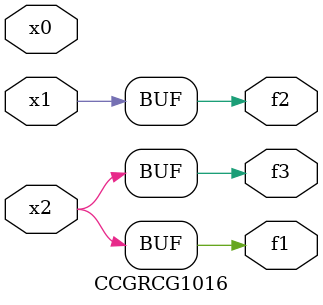
<source format=v>
module CCGRCG1016(
	input x0, x1, x2,
	output f1, f2, f3
);
	assign f1 = x2;
	assign f2 = x1;
	assign f3 = x2;
endmodule

</source>
